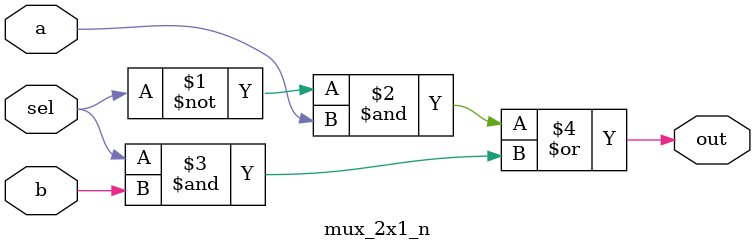
<source format=v>

`timescale 1ns/1ns

module mux_2x1_n(a, b, sel, out);
parameter n = 1;
input [n-1:0] a, b;
input sel;
output [n-1:0] out;
genvar i;
generate
for (i=0; i<n; i=i+1) begin: addbit
assign out[i] = ~sel & a[i] | sel & b[i];

end
endgenerate

endmodule


</source>
